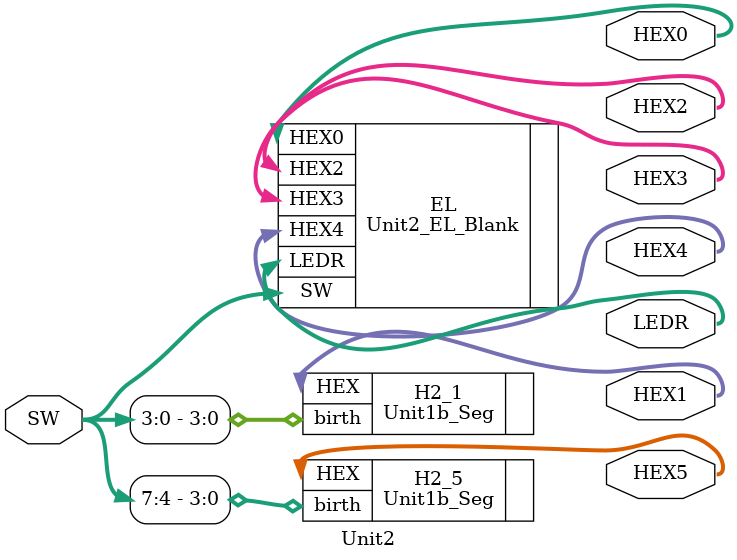
<source format=v>
module Unit2 (
    input[9:0] SW,
    output  [9:0] LEDR,
    output  [7:0] HEX5,HEX4,HEX3,HEX2,HEX1,HEX0
     
);
Unit1b_Seg H2_5 (.birth(SW[7:4]),.HEX(HEX5));
Unit1b_Seg H2_1 (.birth(SW[3:0]),.HEX(HEX1));

Unit2_EL_Blank EL(.SW(SW[9:0]),.HEX3(HEX3),.HEX0(HEX0),.HEX2(HEX2),.HEX4(HEX4),.LEDR(LEDR));



    
    
endmodule
</source>
